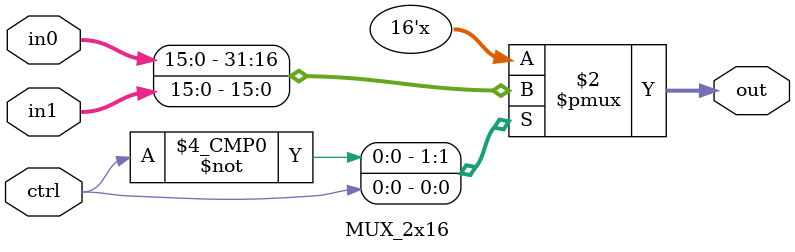
<source format=v>
module MUX_2x16(
    output reg [15:0] out,
    input [15:0] in0,
    input [15:0] in1,
    input ctrl
);

always @(*) begin
    case (ctrl)
        1'b0: out = in0;
        1'b1: out = in1;
        default: out = 16'bz;
    endcase
end

endmodule

</source>
